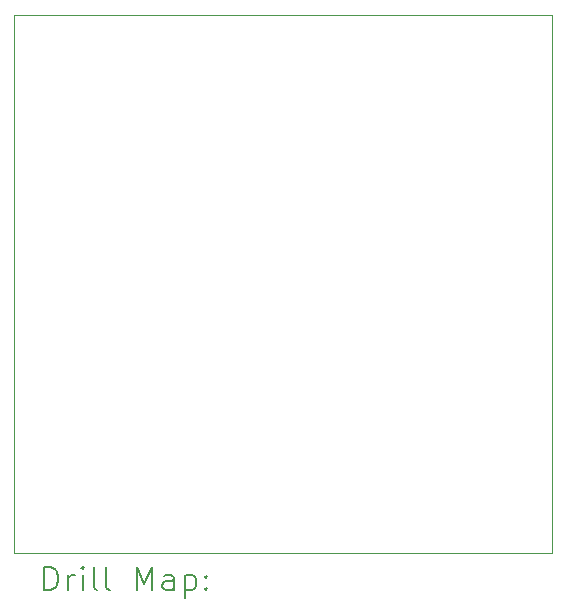
<source format=gbr>
%TF.GenerationSoftware,KiCad,Pcbnew,7.0.9*%
%TF.CreationDate,2023-12-29T07:37:09-06:00*%
%TF.ProjectId,Sabertoothv2,53616265-7274-46f6-9f74-6876322e6b69,rev?*%
%TF.SameCoordinates,Original*%
%TF.FileFunction,Drillmap*%
%TF.FilePolarity,Positive*%
%FSLAX45Y45*%
G04 Gerber Fmt 4.5, Leading zero omitted, Abs format (unit mm)*
G04 Created by KiCad (PCBNEW 7.0.9) date 2023-12-29 07:37:09*
%MOMM*%
%LPD*%
G01*
G04 APERTURE LIST*
%ADD10C,0.050000*%
%ADD11C,0.200000*%
G04 APERTURE END LIST*
D10*
X5082945Y-2032000D02*
X9639300Y-2032000D01*
X9639300Y-6588355D01*
X5082945Y-6588355D01*
X5082945Y-2032000D01*
D11*
X5341221Y-6902339D02*
X5341221Y-6702339D01*
X5341221Y-6702339D02*
X5388840Y-6702339D01*
X5388840Y-6702339D02*
X5417412Y-6711863D01*
X5417412Y-6711863D02*
X5436460Y-6730911D01*
X5436460Y-6730911D02*
X5445983Y-6749958D01*
X5445983Y-6749958D02*
X5455507Y-6788053D01*
X5455507Y-6788053D02*
X5455507Y-6816625D01*
X5455507Y-6816625D02*
X5445983Y-6854720D01*
X5445983Y-6854720D02*
X5436460Y-6873768D01*
X5436460Y-6873768D02*
X5417412Y-6892815D01*
X5417412Y-6892815D02*
X5388840Y-6902339D01*
X5388840Y-6902339D02*
X5341221Y-6902339D01*
X5541221Y-6902339D02*
X5541221Y-6769006D01*
X5541221Y-6807101D02*
X5550745Y-6788053D01*
X5550745Y-6788053D02*
X5560269Y-6778530D01*
X5560269Y-6778530D02*
X5579317Y-6769006D01*
X5579317Y-6769006D02*
X5598364Y-6769006D01*
X5665031Y-6902339D02*
X5665031Y-6769006D01*
X5665031Y-6702339D02*
X5655507Y-6711863D01*
X5655507Y-6711863D02*
X5665031Y-6721387D01*
X5665031Y-6721387D02*
X5674555Y-6711863D01*
X5674555Y-6711863D02*
X5665031Y-6702339D01*
X5665031Y-6702339D02*
X5665031Y-6721387D01*
X5788840Y-6902339D02*
X5769793Y-6892815D01*
X5769793Y-6892815D02*
X5760269Y-6873768D01*
X5760269Y-6873768D02*
X5760269Y-6702339D01*
X5893602Y-6902339D02*
X5874555Y-6892815D01*
X5874555Y-6892815D02*
X5865031Y-6873768D01*
X5865031Y-6873768D02*
X5865031Y-6702339D01*
X6122174Y-6902339D02*
X6122174Y-6702339D01*
X6122174Y-6702339D02*
X6188840Y-6845196D01*
X6188840Y-6845196D02*
X6255507Y-6702339D01*
X6255507Y-6702339D02*
X6255507Y-6902339D01*
X6436459Y-6902339D02*
X6436459Y-6797577D01*
X6436459Y-6797577D02*
X6426936Y-6778530D01*
X6426936Y-6778530D02*
X6407888Y-6769006D01*
X6407888Y-6769006D02*
X6369793Y-6769006D01*
X6369793Y-6769006D02*
X6350745Y-6778530D01*
X6436459Y-6892815D02*
X6417412Y-6902339D01*
X6417412Y-6902339D02*
X6369793Y-6902339D01*
X6369793Y-6902339D02*
X6350745Y-6892815D01*
X6350745Y-6892815D02*
X6341221Y-6873768D01*
X6341221Y-6873768D02*
X6341221Y-6854720D01*
X6341221Y-6854720D02*
X6350745Y-6835672D01*
X6350745Y-6835672D02*
X6369793Y-6826149D01*
X6369793Y-6826149D02*
X6417412Y-6826149D01*
X6417412Y-6826149D02*
X6436459Y-6816625D01*
X6531698Y-6769006D02*
X6531698Y-6969006D01*
X6531698Y-6778530D02*
X6550745Y-6769006D01*
X6550745Y-6769006D02*
X6588840Y-6769006D01*
X6588840Y-6769006D02*
X6607888Y-6778530D01*
X6607888Y-6778530D02*
X6617412Y-6788053D01*
X6617412Y-6788053D02*
X6626936Y-6807101D01*
X6626936Y-6807101D02*
X6626936Y-6864244D01*
X6626936Y-6864244D02*
X6617412Y-6883291D01*
X6617412Y-6883291D02*
X6607888Y-6892815D01*
X6607888Y-6892815D02*
X6588840Y-6902339D01*
X6588840Y-6902339D02*
X6550745Y-6902339D01*
X6550745Y-6902339D02*
X6531698Y-6892815D01*
X6712650Y-6883291D02*
X6722174Y-6892815D01*
X6722174Y-6892815D02*
X6712650Y-6902339D01*
X6712650Y-6902339D02*
X6703126Y-6892815D01*
X6703126Y-6892815D02*
X6712650Y-6883291D01*
X6712650Y-6883291D02*
X6712650Y-6902339D01*
X6712650Y-6778530D02*
X6722174Y-6788053D01*
X6722174Y-6788053D02*
X6712650Y-6797577D01*
X6712650Y-6797577D02*
X6703126Y-6788053D01*
X6703126Y-6788053D02*
X6712650Y-6778530D01*
X6712650Y-6778530D02*
X6712650Y-6797577D01*
M02*

</source>
